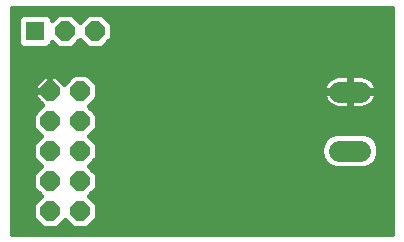
<source format=gbl>
G75*
G70*
%OFA0B0*%
%FSLAX24Y24*%
%IPPOS*%
%LPD*%
%AMOC8*
5,1,8,0,0,1.08239X$1,22.5*
%
%ADD10OC8,0.0640*%
%ADD11R,0.0640X0.0640*%
%ADD12C,0.0710*%
%ADD13C,0.0160*%
%ADD14C,0.0400*%
D10*
X001681Y004467D03*
X001681Y005467D03*
X001681Y006467D03*
X001681Y007467D03*
X001681Y008467D03*
X002681Y008467D03*
X002681Y007467D03*
X002681Y006467D03*
X002681Y005467D03*
X002681Y004467D03*
X002181Y010467D03*
X003181Y010467D03*
D11*
X001181Y010467D03*
D12*
X011326Y008451D02*
X012036Y008451D01*
X012036Y006483D02*
X011326Y006483D01*
D13*
X013091Y003707D02*
X000421Y003707D01*
X000421Y011227D01*
X013091Y011227D01*
X013091Y003707D01*
X013091Y003784D02*
X000421Y003784D01*
X000421Y003943D02*
X001414Y003943D01*
X001449Y003907D02*
X001121Y004235D01*
X001121Y004699D01*
X001389Y004967D01*
X001121Y005235D01*
X001121Y005699D01*
X001389Y005967D01*
X001121Y006235D01*
X001121Y006699D01*
X001389Y006967D01*
X001121Y007235D01*
X001121Y007699D01*
X001432Y008009D01*
X001181Y008260D01*
X001181Y008447D01*
X001661Y008447D01*
X001661Y008487D01*
X001181Y008487D01*
X001181Y008674D01*
X001474Y008967D01*
X001661Y008967D01*
X001661Y008487D01*
X001701Y008487D01*
X001701Y008967D01*
X001889Y008967D01*
X002139Y008717D01*
X002449Y009027D01*
X002913Y009027D01*
X003241Y008699D01*
X010852Y008699D01*
X010869Y008732D02*
X010831Y008657D01*
X010805Y008577D01*
X010791Y008493D01*
X010791Y008489D01*
X011644Y008489D01*
X011644Y008986D01*
X011284Y008986D01*
X011201Y008973D01*
X011121Y008947D01*
X011046Y008909D01*
X010978Y008859D01*
X010918Y008800D01*
X010869Y008732D01*
X010976Y008858D02*
X003083Y008858D01*
X002924Y009016D02*
X013091Y009016D01*
X013091Y008858D02*
X012387Y008858D01*
X012385Y008859D02*
X012317Y008909D01*
X012242Y008947D01*
X012162Y008973D01*
X012079Y008986D01*
X011719Y008986D01*
X011719Y008489D01*
X011644Y008489D01*
X011644Y008414D01*
X010791Y008414D01*
X010791Y008409D01*
X010805Y008326D01*
X010831Y008246D01*
X010869Y008171D01*
X010918Y008103D01*
X010978Y008043D01*
X011046Y007994D01*
X011121Y007956D01*
X011201Y007930D01*
X011284Y007916D01*
X011644Y007916D01*
X011644Y008414D01*
X011719Y008414D01*
X011719Y008489D01*
X012571Y008489D01*
X012571Y008493D01*
X012558Y008577D01*
X012532Y008657D01*
X012494Y008732D01*
X012444Y008800D01*
X012385Y008859D01*
X012511Y008699D02*
X013091Y008699D01*
X013091Y008540D02*
X012564Y008540D01*
X012571Y008414D02*
X011719Y008414D01*
X011719Y007916D01*
X012079Y007916D01*
X012162Y007930D01*
X012242Y007956D01*
X012317Y007994D01*
X012385Y008043D01*
X012444Y008103D01*
X012494Y008171D01*
X012532Y008246D01*
X012558Y008326D01*
X012571Y008409D01*
X012571Y008414D01*
X012567Y008382D02*
X013091Y008382D01*
X013091Y008223D02*
X012521Y008223D01*
X012406Y008065D02*
X013091Y008065D01*
X013091Y007906D02*
X003034Y007906D01*
X002973Y007967D02*
X003241Y008235D01*
X003241Y008699D01*
X003241Y008540D02*
X010799Y008540D01*
X010796Y008382D02*
X003241Y008382D01*
X003230Y008223D02*
X010842Y008223D01*
X010956Y008065D02*
X003071Y008065D01*
X002973Y007967D02*
X003241Y007699D01*
X003241Y007235D01*
X002973Y006967D01*
X003241Y006699D01*
X003241Y006235D01*
X002973Y005967D01*
X003241Y005699D01*
X003241Y005235D01*
X002973Y004967D01*
X003241Y004699D01*
X003241Y004235D01*
X002913Y003907D01*
X002449Y003907D01*
X002181Y004175D01*
X001913Y003907D01*
X001449Y003907D01*
X001255Y004101D02*
X000421Y004101D01*
X000421Y004260D02*
X001121Y004260D01*
X001121Y004418D02*
X000421Y004418D01*
X000421Y004577D02*
X001121Y004577D01*
X001158Y004735D02*
X000421Y004735D01*
X000421Y004894D02*
X001316Y004894D01*
X001304Y005053D02*
X000421Y005053D01*
X000421Y005211D02*
X001145Y005211D01*
X001121Y005370D02*
X000421Y005370D01*
X000421Y005528D02*
X001121Y005528D01*
X001121Y005687D02*
X000421Y005687D01*
X000421Y005845D02*
X001268Y005845D01*
X001353Y006004D02*
X000421Y006004D01*
X000421Y006162D02*
X001194Y006162D01*
X001121Y006321D02*
X000421Y006321D01*
X000421Y006479D02*
X001121Y006479D01*
X001121Y006638D02*
X000421Y006638D01*
X000421Y006796D02*
X001219Y006796D01*
X001377Y006955D02*
X000421Y006955D01*
X000421Y007114D02*
X001243Y007114D01*
X001121Y007272D02*
X000421Y007272D01*
X000421Y007431D02*
X001121Y007431D01*
X001121Y007589D02*
X000421Y007589D01*
X000421Y007748D02*
X001170Y007748D01*
X001329Y007906D02*
X000421Y007906D01*
X000421Y008065D02*
X001377Y008065D01*
X001218Y008223D02*
X000421Y008223D01*
X000421Y008382D02*
X001181Y008382D01*
X001181Y008540D02*
X000421Y008540D01*
X000421Y008699D02*
X001206Y008699D01*
X001365Y008858D02*
X000421Y008858D01*
X000421Y009016D02*
X002439Y009016D01*
X002280Y008858D02*
X001998Y008858D01*
X001701Y008858D02*
X001661Y008858D01*
X001661Y008699D02*
X001701Y008699D01*
X001701Y008540D02*
X001661Y008540D01*
X000421Y009175D02*
X013091Y009175D01*
X013091Y009333D02*
X000421Y009333D01*
X000421Y009492D02*
X013091Y009492D01*
X013091Y009650D02*
X000421Y009650D01*
X000421Y009809D02*
X013091Y009809D01*
X013091Y009967D02*
X003474Y009967D01*
X003413Y009907D02*
X003741Y010235D01*
X003741Y010699D01*
X003413Y011027D01*
X002949Y011027D01*
X002681Y010759D01*
X002413Y011027D01*
X001949Y011027D01*
X001741Y010819D01*
X001741Y010835D01*
X001705Y010923D01*
X001637Y010991D01*
X001549Y011027D01*
X000814Y011027D01*
X000725Y010991D01*
X000658Y010923D01*
X000621Y010835D01*
X000621Y010099D01*
X000658Y010011D01*
X000725Y009944D01*
X000814Y009907D01*
X001549Y009907D01*
X001637Y009944D01*
X001705Y010011D01*
X001741Y010099D01*
X001741Y010115D01*
X001949Y009907D01*
X002413Y009907D01*
X002681Y010175D01*
X002949Y009907D01*
X003413Y009907D01*
X003632Y010126D02*
X013091Y010126D01*
X013091Y010284D02*
X003741Y010284D01*
X003741Y010443D02*
X013091Y010443D01*
X013091Y010602D02*
X003741Y010602D01*
X003680Y010760D02*
X013091Y010760D01*
X013091Y010919D02*
X003522Y010919D01*
X002841Y010919D02*
X002522Y010919D01*
X002680Y010760D02*
X002682Y010760D01*
X002632Y010126D02*
X002731Y010126D01*
X002889Y009967D02*
X002474Y009967D01*
X001889Y009967D02*
X001661Y009967D01*
X001707Y010919D02*
X001841Y010919D01*
X000656Y010919D02*
X000421Y010919D01*
X000421Y011077D02*
X013091Y011077D01*
X011719Y008858D02*
X011644Y008858D01*
X011644Y008699D02*
X011719Y008699D01*
X011719Y008540D02*
X011644Y008540D01*
X011644Y008382D02*
X011719Y008382D01*
X011719Y008223D02*
X011644Y008223D01*
X011644Y008065D02*
X011719Y008065D01*
X012155Y007078D02*
X011208Y007078D01*
X010989Y006987D01*
X010822Y006820D01*
X010731Y006601D01*
X010731Y006364D01*
X010822Y006146D01*
X010989Y005978D01*
X011208Y005888D01*
X012155Y005888D01*
X012373Y005978D01*
X012541Y006146D01*
X012631Y006364D01*
X012631Y006601D01*
X012541Y006820D01*
X012373Y006987D01*
X012155Y007078D01*
X012406Y006955D02*
X013091Y006955D01*
X013091Y006796D02*
X012550Y006796D01*
X012616Y006638D02*
X013091Y006638D01*
X013091Y006479D02*
X012631Y006479D01*
X012613Y006321D02*
X013091Y006321D01*
X013091Y006162D02*
X012548Y006162D01*
X012399Y006004D02*
X013091Y006004D01*
X013091Y005845D02*
X003095Y005845D01*
X003010Y006004D02*
X010964Y006004D01*
X010815Y006162D02*
X003169Y006162D01*
X003241Y006321D02*
X010749Y006321D01*
X010731Y006479D02*
X003241Y006479D01*
X003241Y006638D02*
X010747Y006638D01*
X010812Y006796D02*
X003144Y006796D01*
X002985Y006955D02*
X010957Y006955D01*
X013091Y007114D02*
X003120Y007114D01*
X003241Y007272D02*
X013091Y007272D01*
X013091Y007431D02*
X003241Y007431D01*
X003241Y007589D02*
X013091Y007589D01*
X013091Y007748D02*
X003193Y007748D01*
X003241Y005687D02*
X013091Y005687D01*
X013091Y005528D02*
X003241Y005528D01*
X003241Y005370D02*
X013091Y005370D01*
X013091Y005211D02*
X003217Y005211D01*
X003059Y005053D02*
X013091Y005053D01*
X013091Y004894D02*
X003046Y004894D01*
X003205Y004735D02*
X013091Y004735D01*
X013091Y004577D02*
X003241Y004577D01*
X003241Y004418D02*
X013091Y004418D01*
X013091Y004260D02*
X003241Y004260D01*
X003108Y004101D02*
X013091Y004101D01*
X013091Y003943D02*
X002949Y003943D01*
X002414Y003943D02*
X001949Y003943D01*
X002108Y004101D02*
X002255Y004101D01*
X000702Y009967D02*
X000421Y009967D01*
X000421Y010126D02*
X000621Y010126D01*
X000621Y010284D02*
X000421Y010284D01*
X000421Y010443D02*
X000621Y010443D01*
X000621Y010602D02*
X000421Y010602D01*
X000421Y010760D02*
X000621Y010760D01*
D14*
X004431Y009767D03*
X005181Y009467D03*
X005681Y009467D03*
X006831Y006317D03*
X006831Y004667D03*
X005231Y004767D03*
M02*

</source>
